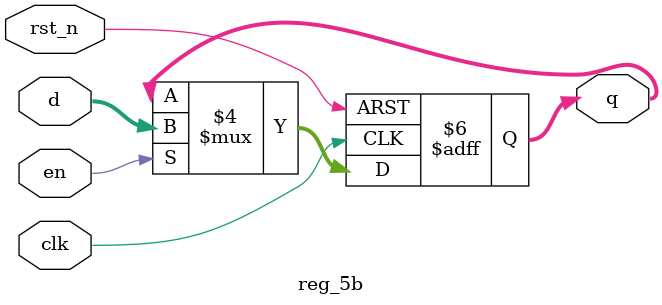
<source format=sv>
module reg_5b(
    input clk,
    input rst_n,
    input en,
    input [4:0]d,
    
    output reg [4:0]q
    );
    
    always @(posedge clk or negedge rst_n) begin
        if(rst_n == 0) begin
            q <= 5'b0;
        end
        else if (en == 1) begin
            q <= d;
        end
    end
endmodule
</source>
